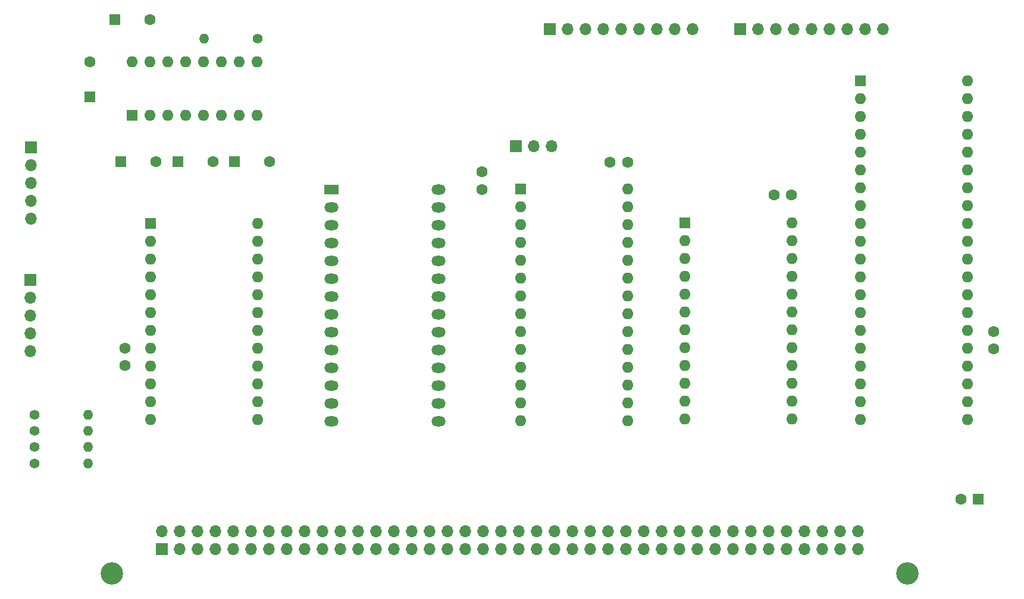
<source format=gbr>
G04 #@! TF.GenerationSoftware,KiCad,Pcbnew,5.1.5+dfsg1-2build2*
G04 #@! TF.CreationDate,2021-06-23T14:51:19-04:00*
G04 #@! TF.ProjectId,MemoryAndPeripherals,4d656d6f-7279-4416-9e64-506572697068,1*
G04 #@! TF.SameCoordinates,Original*
G04 #@! TF.FileFunction,Soldermask,Bot*
G04 #@! TF.FilePolarity,Negative*
%FSLAX46Y46*%
G04 Gerber Fmt 4.6, Leading zero omitted, Abs format (unit mm)*
G04 Created by KiCad (PCBNEW 5.1.5+dfsg1-2build2) date 2021-06-23 14:51:19*
%MOMM*%
%LPD*%
G04 APERTURE LIST*
%ADD10C,3.200000*%
%ADD11R,1.600000X1.600000*%
%ADD12C,1.600000*%
%ADD13R,1.700000X1.700000*%
%ADD14O,1.700000X1.700000*%
%ADD15C,1.400000*%
%ADD16O,1.400000X1.400000*%
%ADD17R,2.000000X1.440000*%
%ADD18O,2.000000X1.440000*%
%ADD19O,1.600000X1.600000*%
G04 APERTURE END LIST*
D10*
X18400000Y-86500000D03*
X131600000Y-86500000D03*
D11*
X141700000Y-75900000D03*
D12*
X139200000Y-75900000D03*
X71100000Y-31800000D03*
X71100000Y-29300000D03*
X89300000Y-27900000D03*
X91800000Y-27900000D03*
X143900000Y-52000000D03*
X143900000Y-54500000D03*
X112600000Y-32600000D03*
X115100000Y-32600000D03*
X20300000Y-54400000D03*
X20300000Y-56900000D03*
X24700000Y-27800000D03*
D11*
X19700000Y-27800000D03*
X35800000Y-27800000D03*
D12*
X40800000Y-27800000D03*
X15300000Y-13600000D03*
D11*
X15300000Y-18600000D03*
X18800000Y-7600000D03*
D12*
X23800000Y-7600000D03*
D11*
X27800000Y-27800000D03*
D12*
X32800000Y-27800000D03*
D13*
X6800000Y-44700000D03*
D14*
X6800000Y-47240000D03*
X6800000Y-49780000D03*
X6800000Y-52320000D03*
X6800000Y-54860000D03*
X6900000Y-35960000D03*
X6900000Y-33420000D03*
X6900000Y-30880000D03*
X6900000Y-28340000D03*
D13*
X6900000Y-25800000D03*
D14*
X101020000Y-8900000D03*
X98480000Y-8900000D03*
X95940000Y-8900000D03*
X93400000Y-8900000D03*
X90860000Y-8900000D03*
X88320000Y-8900000D03*
X85780000Y-8900000D03*
X83240000Y-8900000D03*
D13*
X80700000Y-8900000D03*
X107800000Y-8900000D03*
D14*
X110340000Y-8900000D03*
X112880000Y-8900000D03*
X115420000Y-8900000D03*
X117960000Y-8900000D03*
X120500000Y-8900000D03*
X123040000Y-8900000D03*
X125580000Y-8900000D03*
X128120000Y-8900000D03*
D15*
X7400000Y-63900000D03*
D16*
X15020000Y-63900000D03*
X15020000Y-66200000D03*
D15*
X7400000Y-66200000D03*
X7400000Y-68500000D03*
D16*
X15020000Y-68500000D03*
X15020000Y-70800000D03*
D15*
X7400000Y-70800000D03*
X39100000Y-10300000D03*
D16*
X31480000Y-10300000D03*
D17*
X49600000Y-31800000D03*
D18*
X64840000Y-31800000D03*
X49600000Y-34340000D03*
X64840000Y-34340000D03*
X49600000Y-36880000D03*
X64840000Y-36880000D03*
X49600000Y-39420000D03*
X64840000Y-39420000D03*
X49600000Y-41960000D03*
X64840000Y-41960000D03*
X49600000Y-44500000D03*
X64840000Y-44500000D03*
X49600000Y-47040000D03*
X64840000Y-47040000D03*
X49600000Y-49580000D03*
X64840000Y-49580000D03*
X49600000Y-52120000D03*
X64840000Y-52120000D03*
X49600000Y-54660000D03*
X64840000Y-54660000D03*
X49600000Y-57200000D03*
X64840000Y-57200000D03*
X49600000Y-59740000D03*
X64840000Y-59740000D03*
X49600000Y-62280000D03*
X64840000Y-62280000D03*
X49600000Y-64820000D03*
X64840000Y-64820000D03*
D11*
X76600000Y-31700000D03*
D19*
X91840000Y-64720000D03*
X76600000Y-34240000D03*
X91840000Y-62180000D03*
X76600000Y-36780000D03*
X91840000Y-59640000D03*
X76600000Y-39320000D03*
X91840000Y-57100000D03*
X76600000Y-41860000D03*
X91840000Y-54560000D03*
X76600000Y-44400000D03*
X91840000Y-52020000D03*
X76600000Y-46940000D03*
X91840000Y-49480000D03*
X76600000Y-49480000D03*
X91840000Y-46940000D03*
X76600000Y-52020000D03*
X91840000Y-44400000D03*
X76600000Y-54560000D03*
X91840000Y-41860000D03*
X76600000Y-57100000D03*
X91840000Y-39320000D03*
X76600000Y-59640000D03*
X91840000Y-36780000D03*
X76600000Y-62180000D03*
X91840000Y-34240000D03*
X76600000Y-64720000D03*
X91840000Y-31700000D03*
X140140000Y-16300000D03*
X124900000Y-64560000D03*
X140140000Y-18840000D03*
X124900000Y-62020000D03*
X140140000Y-21380000D03*
X124900000Y-59480000D03*
X140140000Y-23920000D03*
X124900000Y-56940000D03*
X140140000Y-26460000D03*
X124900000Y-54400000D03*
X140140000Y-29000000D03*
X124900000Y-51860000D03*
X140140000Y-31540000D03*
X124900000Y-49320000D03*
X140140000Y-34080000D03*
X124900000Y-46780000D03*
X140140000Y-36620000D03*
X124900000Y-44240000D03*
X140140000Y-39160000D03*
X124900000Y-41700000D03*
X140140000Y-41700000D03*
X124900000Y-39160000D03*
X140140000Y-44240000D03*
X124900000Y-36620000D03*
X140140000Y-46780000D03*
X124900000Y-34080000D03*
X140140000Y-49320000D03*
X124900000Y-31540000D03*
X140140000Y-51860000D03*
X124900000Y-29000000D03*
X140140000Y-54400000D03*
X124900000Y-26460000D03*
X140140000Y-56940000D03*
X124900000Y-23920000D03*
X140140000Y-59480000D03*
X124900000Y-21380000D03*
X140140000Y-62020000D03*
X124900000Y-18840000D03*
X140140000Y-64560000D03*
D11*
X124900000Y-16300000D03*
D19*
X115140000Y-36500000D03*
X99900000Y-64440000D03*
X115140000Y-39040000D03*
X99900000Y-61900000D03*
X115140000Y-41580000D03*
X99900000Y-59360000D03*
X115140000Y-44120000D03*
X99900000Y-56820000D03*
X115140000Y-46660000D03*
X99900000Y-54280000D03*
X115140000Y-49200000D03*
X99900000Y-51740000D03*
X115140000Y-51740000D03*
X99900000Y-49200000D03*
X115140000Y-54280000D03*
X99900000Y-46660000D03*
X115140000Y-56820000D03*
X99900000Y-44120000D03*
X115140000Y-59360000D03*
X99900000Y-41580000D03*
X115140000Y-61900000D03*
X99900000Y-39040000D03*
X115140000Y-64440000D03*
D11*
X99900000Y-36500000D03*
X23900000Y-36600000D03*
D19*
X39140000Y-64540000D03*
X23900000Y-39140000D03*
X39140000Y-62000000D03*
X23900000Y-41680000D03*
X39140000Y-59460000D03*
X23900000Y-44220000D03*
X39140000Y-56920000D03*
X23900000Y-46760000D03*
X39140000Y-54380000D03*
X23900000Y-49300000D03*
X39140000Y-51840000D03*
X23900000Y-51840000D03*
X39140000Y-49300000D03*
X23900000Y-54380000D03*
X39140000Y-46760000D03*
X23900000Y-56920000D03*
X39140000Y-44220000D03*
X23900000Y-59460000D03*
X39140000Y-41680000D03*
X23900000Y-62000000D03*
X39140000Y-39140000D03*
X23900000Y-64540000D03*
X39140000Y-36600000D03*
D11*
X21300000Y-21200000D03*
D19*
X39080000Y-13580000D03*
X23840000Y-21200000D03*
X36540000Y-13580000D03*
X26380000Y-21200000D03*
X34000000Y-13580000D03*
X28920000Y-21200000D03*
X31460000Y-13580000D03*
X31460000Y-21200000D03*
X28920000Y-13580000D03*
X34000000Y-21200000D03*
X26380000Y-13580000D03*
X36540000Y-21200000D03*
X23840000Y-13580000D03*
X39080000Y-21200000D03*
X21300000Y-13580000D03*
D13*
X25470000Y-83000000D03*
D14*
X25470000Y-80460000D03*
X28010000Y-83000000D03*
X28010000Y-80460000D03*
X30550000Y-83000000D03*
X30550000Y-80460000D03*
X33090000Y-83000000D03*
X33090000Y-80460000D03*
X35630000Y-83000000D03*
X35630000Y-80460000D03*
X38170000Y-83000000D03*
X38170000Y-80460000D03*
X40710000Y-83000000D03*
X40710000Y-80460000D03*
X43250000Y-83000000D03*
X43250000Y-80460000D03*
X45790000Y-83000000D03*
X45790000Y-80460000D03*
X48330000Y-83000000D03*
X48330000Y-80460000D03*
X50870000Y-83000000D03*
X50870000Y-80460000D03*
X53410000Y-83000000D03*
X53410000Y-80460000D03*
X55950000Y-83000000D03*
X55950000Y-80460000D03*
X58490000Y-83000000D03*
X58490000Y-80460000D03*
X61030000Y-83000000D03*
X61030000Y-80460000D03*
X63570000Y-83000000D03*
X63570000Y-80460000D03*
X66110000Y-83000000D03*
X66110000Y-80460000D03*
X68650000Y-83000000D03*
X68650000Y-80460000D03*
X71190000Y-83000000D03*
X71190000Y-80460000D03*
X73730000Y-83000000D03*
X73730000Y-80460000D03*
X76270000Y-83000000D03*
X76270000Y-80460000D03*
X78810000Y-83000000D03*
X78810000Y-80460000D03*
X81350000Y-83000000D03*
X81350000Y-80460000D03*
X83890000Y-83000000D03*
X83890000Y-80460000D03*
X86430000Y-83000000D03*
X86430000Y-80460000D03*
X88970000Y-83000000D03*
X88970000Y-80460000D03*
X91510000Y-83000000D03*
X91510000Y-80460000D03*
X94050000Y-83000000D03*
X94050000Y-80460000D03*
X96590000Y-83000000D03*
X96590000Y-80460000D03*
X99130000Y-83000000D03*
X99130000Y-80460000D03*
X101670000Y-83000000D03*
X101670000Y-80460000D03*
X104210000Y-83000000D03*
X104210000Y-80460000D03*
X106750000Y-83000000D03*
X106750000Y-80460000D03*
X109290000Y-83000000D03*
X109290000Y-80460000D03*
X111830000Y-83000000D03*
X111830000Y-80460000D03*
X114370000Y-83000000D03*
X114370000Y-80460000D03*
X116910000Y-83000000D03*
X116910000Y-80460000D03*
X119450000Y-83000000D03*
X119450000Y-80460000D03*
X121990000Y-83000000D03*
X121990000Y-80460000D03*
X124530000Y-83000000D03*
X124530000Y-80460000D03*
D13*
X75895200Y-25603200D03*
D14*
X78435200Y-25603200D03*
X80975200Y-25603200D03*
M02*

</source>
